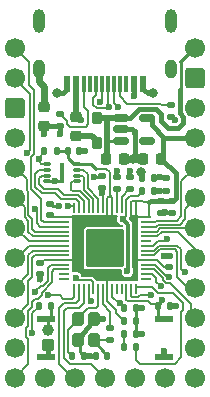
<source format=gtl>
%TF.GenerationSoftware,KiCad,Pcbnew,(6.0.5)*%
%TF.CreationDate,2022-11-22T23:52:45-08:00*%
%TF.ProjectId,0xB2,30784232-2e6b-4696-9361-645f70636258,2*%
%TF.SameCoordinates,Original*%
%TF.FileFunction,Copper,L1,Top*%
%TF.FilePolarity,Positive*%
%FSLAX46Y46*%
G04 Gerber Fmt 4.6, Leading zero omitted, Abs format (unit mm)*
G04 Created by KiCad (PCBNEW (6.0.5)) date 2022-11-22 23:52:45*
%MOMM*%
%LPD*%
G01*
G04 APERTURE LIST*
G04 Aperture macros list*
%AMRoundRect*
0 Rectangle with rounded corners*
0 $1 Rounding radius*
0 $2 $3 $4 $5 $6 $7 $8 $9 X,Y pos of 4 corners*
0 Add a 4 corners polygon primitive as box body*
4,1,4,$2,$3,$4,$5,$6,$7,$8,$9,$2,$3,0*
0 Add four circle primitives for the rounded corners*
1,1,$1+$1,$2,$3*
1,1,$1+$1,$4,$5*
1,1,$1+$1,$6,$7*
1,1,$1+$1,$8,$9*
0 Add four rect primitives between the rounded corners*
20,1,$1+$1,$2,$3,$4,$5,0*
20,1,$1+$1,$4,$5,$6,$7,0*
20,1,$1+$1,$6,$7,$8,$9,0*
20,1,$1+$1,$8,$9,$2,$3,0*%
G04 Aperture macros list end*
%TA.AperFunction,ComponentPad*%
%ADD10C,1.700000*%
%TD*%
%TA.AperFunction,ComponentPad*%
%ADD11RoundRect,0.255000X-0.595000X-0.595000X0.595000X-0.595000X0.595000X0.595000X-0.595000X0.595000X0*%
%TD*%
%TA.AperFunction,SMDPad,CuDef*%
%ADD12RoundRect,0.140000X-0.140000X-0.170000X0.140000X-0.170000X0.140000X0.170000X-0.140000X0.170000X0*%
%TD*%
%TA.AperFunction,SMDPad,CuDef*%
%ADD13RoundRect,0.140000X-0.170000X0.140000X-0.170000X-0.140000X0.170000X-0.140000X0.170000X0.140000X0*%
%TD*%
%TA.AperFunction,SMDPad,CuDef*%
%ADD14RoundRect,0.135000X0.135000X0.185000X-0.135000X0.185000X-0.135000X-0.185000X0.135000X-0.185000X0*%
%TD*%
%TA.AperFunction,SMDPad,CuDef*%
%ADD15RoundRect,0.120000X-0.280000X0.380000X-0.280000X-0.380000X0.280000X-0.380000X0.280000X0.380000X0*%
%TD*%
%TA.AperFunction,SMDPad,CuDef*%
%ADD16RoundRect,0.135000X0.185000X-0.135000X0.185000X0.135000X-0.185000X0.135000X-0.185000X-0.135000X0*%
%TD*%
%TA.AperFunction,SMDPad,CuDef*%
%ADD17RoundRect,0.150000X-0.512500X-0.150000X0.512500X-0.150000X0.512500X0.150000X-0.512500X0.150000X0*%
%TD*%
%TA.AperFunction,SMDPad,CuDef*%
%ADD18RoundRect,0.140000X0.170000X-0.140000X0.170000X0.140000X-0.170000X0.140000X-0.170000X-0.140000X0*%
%TD*%
%TA.AperFunction,SMDPad,CuDef*%
%ADD19RoundRect,0.135000X-0.185000X0.135000X-0.185000X-0.135000X0.185000X-0.135000X0.185000X0.135000X0*%
%TD*%
%TA.AperFunction,SMDPad,CuDef*%
%ADD20RoundRect,0.218750X-0.256250X0.218750X-0.256250X-0.218750X0.256250X-0.218750X0.256250X0.218750X0*%
%TD*%
%TA.AperFunction,SMDPad,CuDef*%
%ADD21RoundRect,0.082500X0.667500X-0.192500X0.667500X0.192500X-0.667500X0.192500X-0.667500X-0.192500X0*%
%TD*%
%TA.AperFunction,SMDPad,CuDef*%
%ADD22RoundRect,0.037500X-0.262500X-0.087500X0.262500X-0.087500X0.262500X0.087500X-0.262500X0.087500X0*%
%TD*%
%TA.AperFunction,SMDPad,CuDef*%
%ADD23RoundRect,0.045000X-0.105000X-0.830000X0.105000X-0.830000X0.105000X0.830000X-0.105000X0.830000X0*%
%TD*%
%TA.AperFunction,ComponentPad*%
%ADD24RoundRect,0.255000X0.595000X0.595000X-0.595000X0.595000X-0.595000X-0.595000X0.595000X-0.595000X0*%
%TD*%
%TA.AperFunction,SMDPad,CuDef*%
%ADD25R,0.600000X1.400000*%
%TD*%
%TA.AperFunction,SMDPad,CuDef*%
%ADD26R,0.300000X1.400000*%
%TD*%
%TA.AperFunction,ComponentPad*%
%ADD27O,1.000000X2.000000*%
%TD*%
%TA.AperFunction,ComponentPad*%
%ADD28O,1.000000X1.600000*%
%TD*%
%TA.AperFunction,SMDPad,CuDef*%
%ADD29RoundRect,0.135000X-0.135000X-0.185000X0.135000X-0.185000X0.135000X0.185000X-0.135000X0.185000X0*%
%TD*%
%TA.AperFunction,ComponentPad*%
%ADD30RoundRect,0.150000X0.350000X0.350000X-0.350000X0.350000X-0.350000X-0.350000X0.350000X-0.350000X0*%
%TD*%
%TA.AperFunction,ComponentPad*%
%ADD31C,1.000000*%
%TD*%
%TA.AperFunction,SMDPad,CuDef*%
%ADD32RoundRect,0.150000X-0.350000X0.425000X-0.350000X-0.425000X0.350000X-0.425000X0.350000X0.425000X0*%
%TD*%
%TA.AperFunction,SMDPad,CuDef*%
%ADD33RoundRect,0.140000X0.140000X0.170000X-0.140000X0.170000X-0.140000X-0.170000X0.140000X-0.170000X0*%
%TD*%
%TA.AperFunction,SMDPad,CuDef*%
%ADD34RoundRect,0.218750X0.256250X-0.218750X0.256250X0.218750X-0.256250X0.218750X-0.256250X-0.218750X0*%
%TD*%
%TA.AperFunction,SMDPad,CuDef*%
%ADD35RoundRect,0.147500X-0.147500X-0.172500X0.147500X-0.172500X0.147500X0.172500X-0.147500X0.172500X0*%
%TD*%
%TA.AperFunction,SMDPad,CuDef*%
%ADD36RoundRect,0.225000X0.225000X0.250000X-0.225000X0.250000X-0.225000X-0.250000X0.225000X-0.250000X0*%
%TD*%
%TA.AperFunction,SMDPad,CuDef*%
%ADD37RoundRect,0.225000X-0.225000X-0.250000X0.225000X-0.250000X0.225000X0.250000X-0.225000X0.250000X0*%
%TD*%
%TA.AperFunction,SMDPad,CuDef*%
%ADD38RoundRect,0.050000X-0.387500X-0.050000X0.387500X-0.050000X0.387500X0.050000X-0.387500X0.050000X0*%
%TD*%
%TA.AperFunction,SMDPad,CuDef*%
%ADD39RoundRect,0.050000X-0.050000X-0.387500X0.050000X-0.387500X0.050000X0.387500X-0.050000X0.387500X0*%
%TD*%
%TA.AperFunction,SMDPad,CuDef*%
%ADD40RoundRect,0.144000X-1.456000X-1.456000X1.456000X-1.456000X1.456000X1.456000X-1.456000X1.456000X0*%
%TD*%
%TA.AperFunction,ViaPad*%
%ADD41C,0.600000*%
%TD*%
%TA.AperFunction,ViaPad*%
%ADD42C,0.800000*%
%TD*%
%TA.AperFunction,Conductor*%
%ADD43C,0.160000*%
%TD*%
%TA.AperFunction,Conductor*%
%ADD44C,0.250000*%
%TD*%
%TA.AperFunction,Conductor*%
%ADD45C,0.400000*%
%TD*%
%TA.AperFunction,Conductor*%
%ADD46C,0.200000*%
%TD*%
%TA.AperFunction,Conductor*%
%ADD47C,0.320000*%
%TD*%
%TA.AperFunction,Conductor*%
%ADD48C,0.300000*%
%TD*%
%TA.AperFunction,Conductor*%
%ADD49C,0.500000*%
%TD*%
%TA.AperFunction,Conductor*%
%ADD50C,0.600000*%
%TD*%
G04 APERTURE END LIST*
D10*
%TO.P,J2,1,Pin_1*%
%TO.N,/D0*%
X144780000Y-80010000D03*
%TO.P,J2,2,Pin_2*%
%TO.N,/D1*%
X144780000Y-82550000D03*
D11*
%TO.P,J2,3,Pin_3*%
%TO.N,GND*%
X144780000Y-85090000D03*
D10*
%TO.P,J2,4,Pin_4*%
%TO.N,/D24*%
X144780000Y-87630000D03*
%TO.P,J2,5,Pin_5*%
%TO.N,/D2*%
X144780000Y-90170000D03*
%TO.P,J2,6,Pin_6*%
%TO.N,/D3*%
X144780000Y-92710000D03*
%TO.P,J2,7,Pin_7*%
%TO.N,/D4*%
X144780000Y-95250000D03*
%TO.P,J2,8,Pin_8*%
%TO.N,/D5*%
X144780000Y-97790000D03*
%TO.P,J2,9,Pin_9*%
%TO.N,/D6*%
X144780000Y-100330000D03*
%TO.P,J2,10,Pin_10*%
%TO.N,/D7*%
X144780000Y-102870000D03*
%TO.P,J2,11,Pin_11*%
%TO.N,/D8*%
X144780000Y-105410000D03*
%TO.P,J2,12,Pin_12*%
%TO.N,/D9*%
X144780000Y-107950000D03*
%TD*%
D12*
%TO.P,C14,1*%
%TO.N,+3V3*%
X154020000Y-103200000D03*
%TO.P,C14,2*%
%TO.N,GND*%
X154980000Y-103200000D03*
%TD*%
D13*
%TO.P,C9,1*%
%TO.N,+3V3*%
X146900000Y-98220000D03*
%TO.P,C9,2*%
%TO.N,GND*%
X146900000Y-99180000D03*
%TD*%
D14*
%TO.P,R10,1*%
%TO.N,/VBUS_DET*%
X156560000Y-91100000D03*
%TO.P,R10,2*%
%TO.N,VBUS*%
X155540000Y-91100000D03*
%TD*%
D13*
%TO.P,C5,1*%
%TO.N,+3V3*%
X158100000Y-93020000D03*
%TO.P,C5,2*%
%TO.N,GND*%
X158100000Y-93980000D03*
%TD*%
D15*
%TO.P,D2,1,K*%
%TO.N,+5V*%
X151700000Y-86000000D03*
%TO.P,D2,2,A*%
%TO.N,Net-(D2-Pad2)*%
X151700000Y-88100000D03*
%TD*%
D16*
%TO.P,R8,1*%
%TO.N,Net-(C4-Pad1)*%
X152850000Y-104810000D03*
%TO.P,R8,2*%
%TO.N,Net-(R8-Pad2)*%
X152850000Y-103790000D03*
%TD*%
D17*
%TO.P,U3,1,VIN*%
%TO.N,+5V*%
X153712500Y-86000000D03*
%TO.P,U3,2,GND*%
%TO.N,GND*%
X153712500Y-86950000D03*
%TO.P,U3,3,EN*%
%TO.N,+5V*%
X153712500Y-87900000D03*
%TO.P,U3,4,NC*%
%TO.N,unconnected-(U3-Pad4)*%
X155987500Y-87900000D03*
%TO.P,U3,5,VOUT*%
%TO.N,+3V3*%
X155987500Y-86000000D03*
%TD*%
D18*
%TO.P,C12,1*%
%TO.N,+3V3*%
X147700000Y-94180000D03*
%TO.P,C12,2*%
%TO.N,GND*%
X147700000Y-93220000D03*
%TD*%
D19*
%TO.P,R6,1*%
%TO.N,/D+*%
X153400000Y-90990000D03*
%TO.P,R6,2*%
%TO.N,Net-(R6-Pad2)*%
X153400000Y-92010000D03*
%TD*%
D20*
%TO.P,F1,1*%
%TO.N,VBUS*%
X149900000Y-85912500D03*
%TO.P,F1,2*%
%TO.N,Net-(D2-Pad2)*%
X149900000Y-87487500D03*
%TD*%
D10*
%TO.P,J3,1,Pin_1*%
%TO.N,/D12*%
X147320000Y-107950000D03*
%TO.P,J3,2,Pin_2*%
%TO.N,/D13*%
X149860000Y-107950000D03*
%TO.P,J3,3,Pin_3*%
%TO.N,/D14*%
X152400000Y-107950000D03*
%TO.P,J3,4,Pin_4*%
%TO.N,/D15*%
X154940000Y-107950000D03*
%TO.P,J3,5,Pin_5*%
%TO.N,/D16*%
X157480000Y-107950000D03*
%TD*%
D18*
%TO.P,C13,2*%
%TO.N,GND*%
X157800000Y-97670000D03*
%TO.P,C13,1*%
%TO.N,+3V3*%
X157800000Y-98630000D03*
%TD*%
D19*
%TO.P,R5,1*%
%TO.N,Net-(J1-PadB5)*%
X148550000Y-85640000D03*
%TO.P,R5,2*%
%TO.N,GND*%
X148550000Y-86660000D03*
%TD*%
D21*
%TO.P,SW2,1,1*%
%TO.N,GND*%
X147400000Y-106225000D03*
%TO.P,SW2,2,2*%
%TO.N,Net-(J5-Pad2)*%
X147400000Y-102975000D03*
%TD*%
D12*
%TO.P,C8,1*%
%TO.N,+1V1*%
X154020000Y-102100000D03*
%TO.P,C8,2*%
%TO.N,GND*%
X154980000Y-102100000D03*
%TD*%
D22*
%TO.P,U2,1,~{CS}*%
%TO.N,/QSPI_~{CS}*%
X147450000Y-89850000D03*
%TO.P,U2,2,DO(IO1)*%
%TO.N,/QSPI_D1*%
X147450000Y-90350000D03*
%TO.P,U2,3,IO2*%
%TO.N,/QSPI_D2*%
X147450000Y-90850000D03*
%TO.P,U2,4,GND*%
%TO.N,GND*%
X147450000Y-91350000D03*
%TO.P,U2,5,DI(IO0)*%
%TO.N,/QSPI_D0*%
X150050000Y-91350000D03*
%TO.P,U2,6,CLK*%
%TO.N,/QSPI_SCLK*%
X150050000Y-90850000D03*
%TO.P,U2,7,IO3*%
%TO.N,/QSPI_D3*%
X150050000Y-90350000D03*
%TO.P,U2,8,VCC*%
%TO.N,+3V3*%
X150050000Y-89850000D03*
D23*
%TO.P,U2,9,EP*%
%TO.N,GND*%
X148750000Y-90600000D03*
%TD*%
D19*
%TO.P,R4,1*%
%TO.N,Net-(J1-PadA5)*%
X157950000Y-84890000D03*
%TO.P,R4,2*%
%TO.N,GND*%
X157950000Y-85910000D03*
%TD*%
D10*
%TO.P,J4,1,Pin_1*%
%TO.N,/D21*%
X160020000Y-107950000D03*
%TO.P,J4,2,Pin_2*%
%TO.N,/MOSI*%
X160020000Y-105410000D03*
%TO.P,J4,3,Pin_3*%
%TO.N,/MISO*%
X160020000Y-102870000D03*
%TO.P,J4,4,Pin_4*%
%TO.N,/SCLK*%
X160020000Y-100330000D03*
%TO.P,J4,5,Pin_5*%
%TO.N,/A0*%
X160020000Y-97790000D03*
%TO.P,J4,6,Pin_6*%
%TO.N,/A1*%
X160020000Y-95250000D03*
%TO.P,J4,7,Pin_7*%
%TO.N,/A2*%
X160020000Y-92710000D03*
%TO.P,J4,8,Pin_8*%
%TO.N,/A3*%
X160020000Y-90170000D03*
%TO.P,J4,9,Pin_9*%
%TO.N,+3V3*%
X160020000Y-87630000D03*
%TO.P,J4,10,Pin_10*%
%TO.N,/~{RESET}*%
X160020000Y-85090000D03*
D24*
%TO.P,J4,11,Pin_11*%
%TO.N,GND*%
X160020000Y-82550000D03*
D10*
%TO.P,J4,12,Pin_12*%
%TO.N,+5V*%
X160020000Y-80010000D03*
%TD*%
D25*
%TO.P,J1,A1,GND*%
%TO.N,GND*%
X155650000Y-83100000D03*
%TO.P,J1,A4,VBUS*%
%TO.N,VBUS*%
X154850000Y-83100000D03*
D26*
%TO.P,J1,A5,CC1*%
%TO.N,Net-(J1-PadA5)*%
X153650000Y-83100000D03*
%TO.P,J1,A6,D+*%
%TO.N,/D+*%
X152650000Y-83100000D03*
%TO.P,J1,A7,D-*%
%TO.N,/D-*%
X152150000Y-83100000D03*
%TO.P,J1,A8,SBU1*%
%TO.N,unconnected-(J1-PadA8)*%
X151150000Y-83100000D03*
D25*
%TO.P,J1,A9,VBUS*%
%TO.N,VBUS*%
X149950000Y-83100000D03*
%TO.P,J1,A12,GND*%
%TO.N,GND*%
X149150000Y-83100000D03*
%TO.P,J1,B1,GND*%
X149150000Y-83100000D03*
%TO.P,J1,B4,VBUS*%
%TO.N,VBUS*%
X149950000Y-83100000D03*
D26*
%TO.P,J1,B5,CC2*%
%TO.N,Net-(J1-PadB5)*%
X150650000Y-83100000D03*
%TO.P,J1,B6,D+*%
%TO.N,/D+*%
X151650000Y-83100000D03*
%TO.P,J1,B7,D-*%
%TO.N,/D-*%
X153150000Y-83100000D03*
%TO.P,J1,B8,SBU2*%
%TO.N,unconnected-(J1-PadB8)*%
X154150000Y-83100000D03*
D25*
%TO.P,J1,B9,VBUS*%
%TO.N,VBUS*%
X154850000Y-83100000D03*
%TO.P,J1,B12,GND*%
%TO.N,GND*%
X155650000Y-83100000D03*
D27*
%TO.P,J1,S1,SHIELD*%
%TO.N,Net-(FB1-Pad2)*%
X146780000Y-77800000D03*
X158020000Y-77800000D03*
D28*
X158020000Y-81800000D03*
X146780000Y-81800000D03*
%TD*%
D29*
%TO.P,R2,1*%
%TO.N,/~{RESET}*%
X156890000Y-101900000D03*
%TO.P,R2,2*%
%TO.N,+3V3*%
X157910000Y-101900000D03*
%TD*%
D30*
%TO.P,J5,1,Pin_1*%
%TO.N,GND*%
X147550000Y-105235000D03*
D31*
%TO.P,J5,2,Pin_2*%
%TO.N,Net-(J5-Pad2)*%
X147550000Y-103965000D03*
%TD*%
D13*
%TO.P,C11,1*%
%TO.N,+3V3*%
X157100000Y-93020000D03*
%TO.P,C11,2*%
%TO.N,GND*%
X157100000Y-93980000D03*
%TD*%
D16*
%TO.P,R11,1*%
%TO.N,GND*%
X157600000Y-92120000D03*
%TO.P,R11,2*%
%TO.N,/VBUS_DET*%
X157600000Y-91100000D03*
%TD*%
D32*
%TO.P,Y1,1,1*%
%TO.N,Net-(C3-Pad1)*%
X150100000Y-103025000D03*
%TO.P,Y1,2,2*%
%TO.N,GND*%
X150100000Y-104775000D03*
%TO.P,Y1,3,3*%
%TO.N,Net-(C4-Pad1)*%
X151500000Y-104775000D03*
%TO.P,Y1,4,4*%
%TO.N,GND*%
X151500000Y-103025000D03*
%TD*%
D12*
%TO.P,C10,1*%
%TO.N,+3V3*%
X149250000Y-88750000D03*
%TO.P,C10,2*%
%TO.N,GND*%
X150210000Y-88750000D03*
%TD*%
D33*
%TO.P,C4,1*%
%TO.N,Net-(C4-Pad1)*%
X152580000Y-106150000D03*
%TO.P,C4,2*%
%TO.N,GND*%
X151620000Y-106150000D03*
%TD*%
D19*
%TO.P,R7,1*%
%TO.N,/D-*%
X154500000Y-90990000D03*
%TO.P,R7,2*%
%TO.N,Net-(R7-Pad2)*%
X154500000Y-92010000D03*
%TD*%
D34*
%TO.P,FB1,1*%
%TO.N,GND*%
X147250000Y-86637500D03*
%TO.P,FB1,2*%
%TO.N,Net-(FB1-Pad2)*%
X147250000Y-85062500D03*
%TD*%
D14*
%TO.P,R1,1*%
%TO.N,GND*%
X155010000Y-104300000D03*
%TO.P,R1,2*%
%TO.N,Net-(D1-Pad1)*%
X153990000Y-104300000D03*
%TD*%
D35*
%TO.P,D1,1,K*%
%TO.N,Net-(D1-Pad1)*%
X154015000Y-105400000D03*
%TO.P,D1,2,A*%
%TO.N,/LED*%
X154985000Y-105400000D03*
%TD*%
D12*
%TO.P,C6,1*%
%TO.N,+1V1*%
X155570000Y-92150000D03*
%TO.P,C6,2*%
%TO.N,GND*%
X156530000Y-92150000D03*
%TD*%
D36*
%TO.P,C2,1*%
%TO.N,+3V3*%
X157125000Y-89450000D03*
%TO.P,C2,2*%
%TO.N,GND*%
X155575000Y-89450000D03*
%TD*%
D21*
%TO.P,SW1,1,1*%
%TO.N,GND*%
X157400000Y-106225000D03*
%TO.P,SW1,2,2*%
%TO.N,/~{RESET}*%
X157400000Y-102975000D03*
%TD*%
D18*
%TO.P,C7,1*%
%TO.N,+1V1*%
X152100000Y-91880000D03*
%TO.P,C7,2*%
%TO.N,GND*%
X152100000Y-90920000D03*
%TD*%
D14*
%TO.P,R3,1*%
%TO.N,Net-(J5-Pad2)*%
X147810000Y-101900000D03*
%TO.P,R3,2*%
%TO.N,/QSPI_~{CS}*%
X146790000Y-101900000D03*
%TD*%
D29*
%TO.P,R9,1*%
%TO.N,/QSPI_~{CS}*%
X147270000Y-88750000D03*
%TO.P,R9,2*%
%TO.N,+3V3*%
X148290000Y-88750000D03*
%TD*%
D37*
%TO.P,C1,1*%
%TO.N,+5V*%
X152475000Y-89450000D03*
%TO.P,C1,2*%
%TO.N,GND*%
X154025000Y-89450000D03*
%TD*%
D12*
%TO.P,C3,1*%
%TO.N,Net-(C3-Pad1)*%
X149620000Y-106150000D03*
%TO.P,C3,2*%
%TO.N,GND*%
X150580000Y-106150000D03*
%TD*%
D38*
%TO.P,U1,1,IOVDD*%
%TO.N,+3V3*%
X148962500Y-94400000D03*
%TO.P,U1,2,GPIO0*%
%TO.N,/D0*%
X148962500Y-94800000D03*
%TO.P,U1,3,GPIO1*%
%TO.N,/D1*%
X148962500Y-95200000D03*
%TO.P,U1,4,GPIO2*%
%TO.N,/D2*%
X148962500Y-95600000D03*
%TO.P,U1,5,GPIO3*%
%TO.N,/D3*%
X148962500Y-96000000D03*
%TO.P,U1,6,GPIO4*%
%TO.N,/D4*%
X148962500Y-96400000D03*
%TO.P,U1,7,GPIO5*%
%TO.N,/D5*%
X148962500Y-96800000D03*
%TO.P,U1,8,GPIO6*%
%TO.N,/D6*%
X148962500Y-97200000D03*
%TO.P,U1,9,GPIO7*%
%TO.N,/D7*%
X148962500Y-97600000D03*
%TO.P,U1,10,IOVDD*%
%TO.N,+3V3*%
X148962500Y-98000000D03*
%TO.P,U1,11,GPIO8*%
%TO.N,/D8*%
X148962500Y-98400000D03*
%TO.P,U1,12,GPIO9*%
%TO.N,/D9*%
X148962500Y-98800000D03*
%TO.P,U1,13,GPIO10*%
%TO.N,/D10*%
X148962500Y-99200000D03*
%TO.P,U1,14,GPIO11*%
%TO.N,/D11*%
X148962500Y-99600000D03*
D39*
%TO.P,U1,15,GPIO12*%
%TO.N,/D12*%
X149800000Y-100437500D03*
%TO.P,U1,16,GPIO13*%
%TO.N,/D13*%
X150200000Y-100437500D03*
%TO.P,U1,17,GPIO14*%
%TO.N,/D14*%
X150600000Y-100437500D03*
%TO.P,U1,18,GPIO15*%
%TO.N,/D15*%
X151000000Y-100437500D03*
%TO.P,U1,19,TESTEN*%
%TO.N,GND*%
X151400000Y-100437500D03*
%TO.P,U1,20,XIN*%
%TO.N,Net-(C3-Pad1)*%
X151800000Y-100437500D03*
%TO.P,U1,21,XOUT*%
%TO.N,Net-(R8-Pad2)*%
X152200000Y-100437500D03*
%TO.P,U1,22,IOVDD*%
%TO.N,+3V3*%
X152600000Y-100437500D03*
%TO.P,U1,23,DVDD*%
%TO.N,+1V1*%
X153000000Y-100437500D03*
%TO.P,U1,24,SWCLK*%
%TO.N,unconnected-(U1-Pad24)*%
X153400000Y-100437500D03*
%TO.P,U1,25,SWD*%
%TO.N,unconnected-(U1-Pad25)*%
X153800000Y-100437500D03*
%TO.P,U1,26,RUN/~{RST}*%
%TO.N,/~{RESET}*%
X154200000Y-100437500D03*
%TO.P,U1,27,GPIO16*%
%TO.N,/D16*%
X154600000Y-100437500D03*
%TO.P,U1,28,GPIO17*%
%TO.N,/LED*%
X155000000Y-100437500D03*
D38*
%TO.P,U1,29,GPIO18*%
%TO.N,/D18*%
X155837500Y-99600000D03*
%TO.P,U1,30,GPIO19*%
%TO.N,/VBUS_DET*%
X155837500Y-99200000D03*
%TO.P,U1,31,GPIO20*%
%TO.N,/MISO*%
X155837500Y-98800000D03*
%TO.P,U1,32,GPIO21*%
%TO.N,/D21*%
X155837500Y-98400000D03*
%TO.P,U1,33,IOVDD*%
%TO.N,+3V3*%
X155837500Y-98000000D03*
%TO.P,U1,34,GPIO22*%
%TO.N,/SCLK*%
X155837500Y-97600000D03*
%TO.P,U1,35,GPIO23*%
%TO.N,/MOSI*%
X155837500Y-97200000D03*
%TO.P,U1,36,GPIO24*%
%TO.N,/D24*%
X155837500Y-96800000D03*
%TO.P,U1,37,GPIO25*%
%TO.N,/D25*%
X155837500Y-96400000D03*
%TO.P,U1,38,GPIO26_ADC0*%
%TO.N,/A0*%
X155837500Y-96000000D03*
%TO.P,U1,39,GPIO27_ADC1*%
%TO.N,/A1*%
X155837500Y-95600000D03*
%TO.P,U1,40,GPIO28_ADC2*%
%TO.N,/A2*%
X155837500Y-95200000D03*
%TO.P,U1,41,GPIO29_ADC3*%
%TO.N,/A3*%
X155837500Y-94800000D03*
%TO.P,U1,42,IOVDD*%
%TO.N,+3V3*%
X155837500Y-94400000D03*
D39*
%TO.P,U1,43,ADC_AVDD*%
X155000000Y-93562500D03*
%TO.P,U1,44,VREG_IN*%
X154600000Y-93562500D03*
%TO.P,U1,45,VREG_VOUT*%
%TO.N,+1V1*%
X154200000Y-93562500D03*
%TO.P,U1,46,USB_DM*%
%TO.N,Net-(R7-Pad2)*%
X153800000Y-93562500D03*
%TO.P,U1,47,USB_DP*%
%TO.N,Net-(R6-Pad2)*%
X153400000Y-93562500D03*
%TO.P,U1,48,USB_VDD*%
%TO.N,+3V3*%
X153000000Y-93562500D03*
%TO.P,U1,49,IOVDD*%
X152600000Y-93562500D03*
%TO.P,U1,50,DVDD*%
%TO.N,+1V1*%
X152200000Y-93562500D03*
%TO.P,U1,51,QSPI_SD3*%
%TO.N,/QSPI_D3*%
X151800000Y-93562500D03*
%TO.P,U1,52,QSPI_SCLK*%
%TO.N,/QSPI_SCLK*%
X151400000Y-93562500D03*
%TO.P,U1,53,QSPI_SD0*%
%TO.N,/QSPI_D0*%
X151000000Y-93562500D03*
%TO.P,U1,54,QSPI_SD2*%
%TO.N,/QSPI_D2*%
X150600000Y-93562500D03*
%TO.P,U1,55,QSPI_SD1*%
%TO.N,/QSPI_D1*%
X150200000Y-93562500D03*
%TO.P,U1,56,QSPI_SS*%
%TO.N,/QSPI_~{CS}*%
X149800000Y-93562500D03*
D40*
%TO.P,U1,57,GND*%
%TO.N,GND*%
X152400000Y-97000000D03*
%TD*%
D41*
%TO.N,/D21*%
X157850000Y-99400000D03*
%TO.N,GND*%
X157450000Y-93950000D03*
D42*
%TO.N,VBUS*%
X155420000Y-90524500D03*
D41*
%TO.N,GND*%
X154900000Y-87200000D03*
D42*
X148300000Y-83900000D03*
D41*
%TO.N,/D24*%
X157610500Y-96210000D03*
%TO.N,+1V1*%
X154300000Y-98950000D03*
%TO.N,GND*%
X155500000Y-104300000D03*
X157400000Y-97700000D03*
D42*
X156500000Y-83900000D03*
D41*
X152400000Y-95800000D03*
X151100000Y-106150000D03*
X153600000Y-98200000D03*
X152250000Y-103000000D03*
X148200000Y-91350000D03*
X152400000Y-98200000D03*
X155500000Y-102100000D03*
X153600000Y-95800000D03*
X158300000Y-86150000D03*
X150730000Y-88750000D03*
X151200000Y-97000000D03*
X148550000Y-87300000D03*
D42*
X154800000Y-89450000D03*
D41*
X151200000Y-98200000D03*
X151200000Y-95800000D03*
X147250000Y-87300000D03*
X148500000Y-93450000D03*
X149900000Y-99500000D03*
X153600000Y-97000000D03*
X152400000Y-97000000D03*
X157400000Y-105700000D03*
X146900000Y-99600000D03*
X151500000Y-90950000D03*
X157050000Y-92150000D03*
%TO.N,+3V3*%
X158400000Y-101900000D03*
%TO.N,+1V1*%
X153900000Y-94540480D03*
X153700000Y-101650000D03*
X152150000Y-92300000D03*
%TO.N,VBUS*%
X149950000Y-84100000D03*
X150400000Y-86150000D03*
X154850000Y-84100000D03*
%TO.N,/D-*%
X153500000Y-85050000D03*
X154500000Y-90450000D03*
X151988556Y-84600500D03*
%TO.N,/D+*%
X153400000Y-90450000D03*
X152700000Y-85050000D03*
%TO.N,/D1*%
X145750000Y-88950000D03*
X146439500Y-93700000D03*
%TO.N,/D8*%
X146500000Y-100750000D03*
%TO.N,/D15*%
X151250000Y-101450000D03*
%TO.N,/D16*%
X156300000Y-101000000D03*
%TO.N,/D12*%
X147600000Y-101000000D03*
%TO.N,/MOSI*%
X159150000Y-99050000D03*
%TO.N,/~{RESET}*%
X157200000Y-101400000D03*
%TO.N,/QSPI_~{CS}*%
X146250000Y-104150000D03*
X149300000Y-93450000D03*
X146796318Y-89450000D03*
%TO.N,/VBUS_DET*%
X157110500Y-100234731D03*
X157050000Y-91000000D03*
%TD*%
D43*
%TO.N,/D21*%
X157850000Y-99400000D02*
X157649138Y-99400000D01*
X156649139Y-98400000D02*
X155837500Y-98400000D01*
X157649138Y-99400000D02*
X156649139Y-98400000D01*
%TO.N,VBUS*%
X155420000Y-90980000D02*
X155540000Y-91100000D01*
X155420000Y-90524500D02*
X155420000Y-90980000D01*
D44*
%TO.N,GND*%
X157420000Y-93980000D02*
X157450000Y-93950000D01*
X157100000Y-93980000D02*
X157420000Y-93980000D01*
D45*
%TO.N,+3V3*%
X158370480Y-90670480D02*
X158370480Y-92749520D01*
X156250000Y-93020000D02*
X156150000Y-93120000D01*
X157100000Y-93020000D02*
X156250000Y-93020000D01*
D44*
%TO.N,GND*%
X158100000Y-93980000D02*
X157530000Y-93980000D01*
X157370000Y-94080000D02*
X157450000Y-94000000D01*
D43*
%TO.N,/VBUS_DET*%
X157150000Y-91100000D02*
X157050000Y-91000000D01*
X157600000Y-91100000D02*
X157150000Y-91100000D01*
X156950000Y-91100000D02*
X157050000Y-91000000D01*
X156560000Y-91100000D02*
X156950000Y-91100000D01*
D45*
%TO.N,GND*%
X148300000Y-83900000D02*
X148800000Y-83900000D01*
X148800000Y-83900000D02*
X149150000Y-83550000D01*
X149150000Y-83550000D02*
X149150000Y-83100000D01*
D43*
%TO.N,/D24*%
X157410500Y-96410000D02*
X157610500Y-96210000D01*
X156890000Y-96410000D02*
X157410500Y-96410000D01*
X156866707Y-96410000D02*
X156890000Y-96410000D01*
X156476707Y-96800000D02*
X156866707Y-96410000D01*
X155837500Y-96800000D02*
X156476707Y-96800000D01*
%TO.N,/MOSI*%
X158525480Y-96775480D02*
X158850000Y-97100000D01*
X156953097Y-96775480D02*
X158525480Y-96775480D01*
X155837500Y-97200000D02*
X156528577Y-97200000D01*
X156528577Y-97200000D02*
X156953097Y-96775480D01*
%TO.N,/SCLK*%
X157085447Y-97095000D02*
X158295000Y-97095000D01*
X155837500Y-97600000D02*
X156580447Y-97600000D01*
X156580447Y-97600000D02*
X157085447Y-97095000D01*
X158295000Y-97095000D02*
X158500000Y-97300000D01*
%TO.N,/A0*%
X158554520Y-95644520D02*
X160020000Y-97110000D01*
X157195480Y-95644520D02*
X158554520Y-95644520D01*
X160020000Y-97110000D02*
X160020000Y-97790000D01*
X156840000Y-96000000D02*
X157195480Y-95644520D01*
X155837500Y-96000000D02*
X156840000Y-96000000D01*
%TO.N,/A1*%
X159050000Y-95250000D02*
X160020000Y-95250000D01*
X158975000Y-95325000D02*
X159050000Y-95250000D01*
X156776389Y-95600000D02*
X157051389Y-95325000D01*
X155837500Y-95600000D02*
X156776389Y-95600000D01*
X157051389Y-95325000D02*
X158975000Y-95325000D01*
%TO.N,/A2*%
X160020000Y-92880000D02*
X160020000Y-92710000D01*
X159200000Y-94529198D02*
X159200000Y-93700000D01*
X156920000Y-95004520D02*
X158724678Y-95004520D01*
X156724520Y-95200000D02*
X156920000Y-95004520D01*
X158724678Y-95004520D02*
X159200000Y-94529198D01*
X155837500Y-95200000D02*
X156724520Y-95200000D01*
X159200000Y-93700000D02*
X160020000Y-92880000D01*
%TO.N,/A3*%
X156774520Y-94685000D02*
X158465000Y-94685000D01*
X155837500Y-94800000D02*
X156659520Y-94800000D01*
X156659520Y-94800000D02*
X156774520Y-94685000D01*
X158465000Y-94685000D02*
X158850000Y-94300000D01*
%TO.N,/MOSI*%
X158850000Y-98750000D02*
X158850000Y-97100000D01*
%TO.N,/SCLK*%
X158500000Y-99400000D02*
X158500000Y-97300000D01*
D46*
%TO.N,+3V3*%
X156785861Y-98000000D02*
X157415861Y-98630000D01*
X155837500Y-98000000D02*
X156785861Y-98000000D01*
X157415861Y-98630000D02*
X157800000Y-98630000D01*
D47*
%TO.N,+1V1*%
X154300000Y-98950000D02*
X154359520Y-98890480D01*
X153900000Y-94540480D02*
X154359520Y-95000000D01*
X154359520Y-98890480D02*
X154359520Y-98664564D01*
X154359520Y-95000000D02*
X154359520Y-98664564D01*
D48*
%TO.N,+5V*%
X158750000Y-83600000D02*
X158774520Y-83575480D01*
D45*
X158750000Y-85587076D02*
X158999511Y-85900000D01*
D49*
X151900000Y-86000000D02*
X151700000Y-85800000D01*
D45*
X158589748Y-86849511D02*
X157699511Y-86849511D01*
D48*
X158819520Y-81210480D02*
X160020000Y-80010000D01*
D49*
X152500000Y-86000000D02*
X151900000Y-86000000D01*
D44*
X153712500Y-87900000D02*
X152550000Y-87900000D01*
D45*
X158750000Y-83600000D02*
X158750000Y-85587076D01*
X155250000Y-85250000D02*
X154500000Y-86000000D01*
X158999511Y-85900000D02*
X158999511Y-86439748D01*
X157100000Y-85600000D02*
X156750000Y-85250000D01*
X154500000Y-86000000D02*
X153712500Y-86000000D01*
X157100000Y-86250000D02*
X157100000Y-85600000D01*
D46*
X158774520Y-83575480D02*
X158819520Y-83530480D01*
D49*
X152550000Y-86000000D02*
X152550000Y-87900000D01*
X153712500Y-86000000D02*
X152500000Y-86000000D01*
D45*
X156750000Y-85250000D02*
X155250000Y-85250000D01*
D49*
X152550000Y-89025000D02*
X152475000Y-89450000D01*
D45*
X157699511Y-86849511D02*
X157100000Y-86250000D01*
D44*
X158819520Y-83530480D02*
X158819520Y-81210480D01*
D49*
X152550000Y-87900000D02*
X152550000Y-89025000D01*
D45*
X158999511Y-86439748D02*
X158589748Y-86849511D01*
%TO.N,GND*%
X154900000Y-89300000D02*
X154900000Y-87200000D01*
X155500000Y-102100000D02*
X154980000Y-102100000D01*
X147272500Y-86660000D02*
X147250000Y-86637500D01*
X147250000Y-86637500D02*
X147250000Y-87300000D01*
D44*
X151500000Y-90950000D02*
X152070000Y-91000000D01*
X147720000Y-93220000D02*
X147700000Y-93220000D01*
X150580000Y-106150000D02*
X150580000Y-106105000D01*
X152070000Y-91000000D02*
X152100000Y-90970000D01*
D45*
X154650000Y-86950000D02*
X153712500Y-86950000D01*
D44*
X150250000Y-104925000D02*
X150100000Y-104775000D01*
D45*
X152250000Y-103000000D02*
X151525000Y-103000000D01*
D44*
X148500000Y-93450000D02*
X148000000Y-93450000D01*
D46*
X151194775Y-99700480D02*
X151400000Y-99905705D01*
D43*
X157080000Y-92120000D02*
X157050000Y-92150000D01*
D45*
X151525000Y-103000000D02*
X151500000Y-103025000D01*
X148550000Y-86660000D02*
X148550000Y-87300000D01*
D44*
X155500000Y-104300000D02*
X155010000Y-104300000D01*
D45*
X154900000Y-87200000D02*
X154650000Y-86950000D01*
X147550000Y-106075000D02*
X147400000Y-106225000D01*
D43*
X157600000Y-92120000D02*
X157080000Y-92120000D01*
D45*
X156500000Y-83900000D02*
X156000000Y-83900000D01*
X151500000Y-103025000D02*
X150100000Y-104775000D01*
D44*
X147450000Y-91350000D02*
X148750000Y-91350000D01*
D45*
X151100000Y-106150000D02*
X151620000Y-106150000D01*
D44*
X150580000Y-106105000D02*
X150250000Y-105775000D01*
D45*
X157400000Y-105700000D02*
X157400000Y-106225000D01*
D44*
X154980000Y-103200000D02*
X154980000Y-104270000D01*
X148000000Y-93450000D02*
X147720000Y-93220000D01*
X150250000Y-105775000D02*
X150250000Y-104925000D01*
D45*
X155650000Y-83550000D02*
X155650000Y-83100000D01*
D50*
X154025000Y-89450000D02*
X154800000Y-89450000D01*
D44*
X150210000Y-88750000D02*
X150730000Y-88750000D01*
D45*
X151100000Y-106150000D02*
X150580000Y-106150000D01*
D44*
X154980000Y-102100000D02*
X154980000Y-103200000D01*
D45*
X150580000Y-106150000D02*
X151620000Y-106150000D01*
D44*
X146900000Y-99280000D02*
X146900000Y-99750000D01*
D45*
X156000000Y-83900000D02*
X155650000Y-83550000D01*
D50*
X154800000Y-89450000D02*
X155500000Y-89450000D01*
D45*
X147550000Y-105235000D02*
X147550000Y-106075000D01*
D46*
X151400000Y-99905705D02*
X151400000Y-100437500D01*
X150100480Y-99700480D02*
X151194775Y-99700480D01*
D45*
X154800000Y-89450000D02*
X154900000Y-89300000D01*
D46*
X149900000Y-99500000D02*
X150100480Y-99700480D01*
D44*
X148750000Y-91350000D02*
X148750000Y-90600000D01*
D45*
X148600000Y-86660000D02*
X147272500Y-86660000D01*
D44*
%TO.N,+3V3*%
X149750000Y-89850000D02*
X149250000Y-89350000D01*
D46*
X153350000Y-102530000D02*
X154020000Y-103200000D01*
D45*
X156350000Y-86600000D02*
X157380000Y-87630000D01*
D46*
X154682503Y-92982503D02*
X154982503Y-92982503D01*
X155000000Y-93562500D02*
X155000000Y-93000000D01*
X155837500Y-98000000D02*
X155000000Y-98000000D01*
X152600000Y-93562500D02*
X152600000Y-92750000D01*
X156150000Y-93120000D02*
X156150000Y-94400000D01*
X147220000Y-98000000D02*
X146900000Y-98320000D01*
D45*
X157250000Y-89550000D02*
X157250000Y-89275000D01*
D44*
X148290000Y-88750000D02*
X149250000Y-88750000D01*
D46*
X155670000Y-93120000D02*
X155532503Y-92982503D01*
D45*
X158100000Y-93020000D02*
X158370480Y-92749520D01*
X157125000Y-89450000D02*
X157300000Y-89275000D01*
X156350000Y-86600000D02*
X156350000Y-86000000D01*
X157300000Y-87630000D02*
X157580000Y-87630000D01*
D46*
X152780480Y-90580480D02*
X152780480Y-92530480D01*
D44*
X149250000Y-89350000D02*
X149250000Y-88750000D01*
D45*
X156350000Y-86000000D02*
X155987500Y-86000000D01*
D46*
X155000000Y-93562500D02*
X155000000Y-94400000D01*
X147920000Y-94400000D02*
X147700000Y-94180000D01*
D44*
X150150000Y-89850000D02*
X149750000Y-89850000D01*
D46*
X155000000Y-93000000D02*
X154982503Y-92982503D01*
D45*
X157380000Y-87630000D02*
X157580000Y-87630000D01*
D46*
X155000000Y-94400000D02*
X155837500Y-94400000D01*
X153000000Y-93562500D02*
X153000000Y-94400000D01*
X154600000Y-93562500D02*
X154600000Y-94400000D01*
X152780480Y-92530480D02*
X153000000Y-92750000D01*
D45*
X157300000Y-89275000D02*
X157300000Y-87630000D01*
D44*
X151200000Y-89850000D02*
X150050000Y-89850000D01*
D46*
X156150000Y-93120000D02*
X155670000Y-93120000D01*
X148962500Y-98000000D02*
X147220000Y-98000000D01*
D44*
X151650000Y-90300000D02*
X151200000Y-89850000D01*
X157910000Y-101900000D02*
X158400000Y-101900000D01*
D46*
X148962500Y-98000000D02*
X150000000Y-98000000D01*
X152600000Y-92750000D02*
X152800000Y-92550000D01*
X148962500Y-94400000D02*
X149800000Y-94400000D01*
X152600000Y-101473919D02*
X153350000Y-102223919D01*
X154600000Y-93562500D02*
X154600000Y-93065006D01*
X152600000Y-100437500D02*
X152600000Y-101473919D01*
X155532503Y-92982503D02*
X154982503Y-92982503D01*
X152500000Y-90300000D02*
X152780480Y-90580480D01*
X152600000Y-100437500D02*
X152600000Y-99600000D01*
X154600000Y-93065006D02*
X154682503Y-92982503D01*
X153350000Y-102223919D02*
X153350000Y-102530000D01*
X153000000Y-92750000D02*
X153000000Y-93562500D01*
D45*
X158370480Y-90670480D02*
X157250000Y-89550000D01*
D46*
X148962500Y-94400000D02*
X147920000Y-94400000D01*
X151650000Y-90300000D02*
X152500000Y-90300000D01*
D45*
X158100000Y-93020000D02*
X157100000Y-93020000D01*
X157580000Y-87630000D02*
X160020000Y-87630000D01*
D46*
X152600000Y-93562500D02*
X152600000Y-94400000D01*
D43*
%TO.N,Net-(C3-Pad1)*%
X150950000Y-102100000D02*
X151600000Y-102100000D01*
X151800000Y-101900000D02*
X151800000Y-100437500D01*
X150100000Y-103025000D02*
X150100000Y-102950000D01*
X150100000Y-103025000D02*
X150100000Y-103100000D01*
X151600000Y-102100000D02*
X151800000Y-101900000D01*
X150100000Y-102950000D02*
X150950000Y-102100000D01*
X149250000Y-103950000D02*
X149250000Y-105780000D01*
X150100000Y-103100000D02*
X149250000Y-103950000D01*
X149250000Y-105780000D02*
X149620000Y-106150000D01*
D44*
%TO.N,Net-(C4-Pad1)*%
X151500000Y-104775000D02*
X152580000Y-106150000D01*
D46*
X152900000Y-104810000D02*
X151535000Y-104810000D01*
%TO.N,+1V1*%
X155570000Y-92190000D02*
X155570000Y-92150000D01*
X153550000Y-101650000D02*
X153000000Y-101100000D01*
X154020000Y-101970000D02*
X154020000Y-102100000D01*
X154200000Y-94240480D02*
X153900000Y-94540480D01*
X153700000Y-101650000D02*
X154020000Y-101970000D01*
X155180480Y-92579520D02*
X155570000Y-92190000D01*
X154200000Y-93562500D02*
X154200000Y-94240480D01*
X152200000Y-93562500D02*
X152200000Y-92030000D01*
X154520480Y-92579520D02*
X155180480Y-92579520D01*
X153700000Y-101650000D02*
X153550000Y-101650000D01*
X153000000Y-101100000D02*
X153000000Y-100437500D01*
X152200000Y-92030000D02*
X152100000Y-91930000D01*
X154200000Y-93562500D02*
X154200000Y-92900000D01*
X154200000Y-92900000D02*
X154520480Y-92579520D01*
%TO.N,Net-(D1-Pad1)*%
X153990000Y-104300000D02*
X153990000Y-105375000D01*
D43*
%TO.N,/LED*%
X159000000Y-102250000D02*
X158850000Y-102400000D01*
X155050000Y-106500000D02*
X155050000Y-105465000D01*
X158300000Y-106800000D02*
X155350000Y-106800000D01*
X155000000Y-100250000D02*
X156350000Y-100250000D01*
X155000000Y-100437500D02*
X155000000Y-100250000D01*
X156350000Y-100250000D02*
X156874242Y-100774242D01*
X155350000Y-106800000D02*
X155050000Y-106500000D01*
X156874242Y-100774242D02*
X158149242Y-100774242D01*
X158149242Y-100774242D02*
X159000000Y-101625000D01*
X155050000Y-105465000D02*
X154985000Y-105400000D01*
X158850000Y-106250000D02*
X158300000Y-106800000D01*
X159000000Y-101625000D02*
X159000000Y-102250000D01*
X158850000Y-102400000D02*
X158850000Y-106250000D01*
D49*
%TO.N,Net-(D2-Pad2)*%
X151700000Y-87900000D02*
X151287500Y-87487500D01*
X151287500Y-87487500D02*
X149900000Y-87487500D01*
%TO.N,VBUS*%
X149950000Y-84950000D02*
X149950000Y-85862500D01*
X149950000Y-83671000D02*
X149950000Y-84950000D01*
D45*
X154850000Y-83100000D02*
X154850000Y-84100000D01*
X149950000Y-84100000D02*
X149950000Y-83671000D01*
X149950000Y-85862500D02*
X150400000Y-86150000D01*
D50*
%TO.N,Net-(FB1-Pad2)*%
X147250000Y-83350000D02*
X146780000Y-82880000D01*
X146780000Y-82880000D02*
X146780000Y-81800000D01*
X147250000Y-85062500D02*
X147250000Y-83350000D01*
D43*
%TO.N,Net-(J1-PadA5)*%
X157070480Y-84770480D02*
X157190000Y-84890000D01*
X153650000Y-83100000D02*
X153650000Y-84150000D01*
X153650000Y-84150000D02*
X154270480Y-84770480D01*
X157190000Y-84890000D02*
X157950000Y-84890000D01*
X154270480Y-84770480D02*
X157070480Y-84770480D01*
D46*
%TO.N,/D-*%
X152150000Y-84439056D02*
X152150000Y-83100000D01*
X153150000Y-84700000D02*
X153150000Y-83100000D01*
X151988556Y-84600500D02*
X152150000Y-84439056D01*
X153500000Y-85050000D02*
X153150000Y-84700000D01*
%TO.N,/D+*%
X152700000Y-85050000D02*
X152650000Y-85000000D01*
X152600000Y-85150000D02*
X151700000Y-85150000D01*
X151400000Y-84850000D02*
X151400000Y-84250000D01*
X151650000Y-84000000D02*
X151650000Y-83100000D01*
X152650000Y-85000000D02*
X152650000Y-83671000D01*
X151700000Y-85150000D02*
X151400000Y-84850000D01*
X152700000Y-85050000D02*
X152600000Y-85150000D01*
X151400000Y-84250000D02*
X151650000Y-84000000D01*
D43*
%TO.N,Net-(J1-PadB5)*%
X149400000Y-86750000D02*
X150750000Y-86750000D01*
X150979511Y-85379511D02*
X150650000Y-85050000D01*
X148595000Y-85640000D02*
X149149520Y-86194520D01*
X150979511Y-86520489D02*
X150979511Y-85379511D01*
X149149520Y-86499520D02*
X149400000Y-86750000D01*
X149149520Y-86194520D02*
X149149520Y-86499520D01*
X150650000Y-85050000D02*
X150650000Y-83100000D01*
X148550000Y-85640000D02*
X148595000Y-85640000D01*
X150750000Y-86750000D02*
X150979511Y-86520489D01*
%TO.N,/D0*%
X146400000Y-83600000D02*
X146400000Y-89062985D01*
X144780000Y-80010000D02*
X146000000Y-81230000D01*
X147000000Y-92850000D02*
X147000000Y-94600000D01*
X146000000Y-81230000D02*
X146000000Y-83200000D01*
X146150000Y-89312985D02*
X146150000Y-92000000D01*
X146150000Y-92000000D02*
X147000000Y-92850000D01*
X146000000Y-83200000D02*
X146400000Y-83600000D01*
X147000000Y-94600000D02*
X147200000Y-94800000D01*
X147200000Y-94800000D02*
X148962500Y-94800000D01*
X146400000Y-89062985D02*
X146150000Y-89312985D01*
%TO.N,/D1*%
X145750000Y-88950000D02*
X146050000Y-88650000D01*
X146050000Y-83950000D02*
X144780000Y-82680000D01*
X146900000Y-95200000D02*
X146600000Y-94900000D01*
X144780000Y-82680000D02*
X144780000Y-82550000D01*
X148962500Y-95200000D02*
X146900000Y-95200000D01*
X146400000Y-93700000D02*
X146439500Y-93700000D01*
X146600000Y-93900000D02*
X146400000Y-93700000D01*
X146600000Y-94900000D02*
X146600000Y-93900000D01*
X146050000Y-88650000D02*
X146050000Y-83950000D01*
%TO.N,/D2*%
X145750000Y-92100000D02*
X145750000Y-91140000D01*
X146500000Y-95600000D02*
X146250000Y-95350000D01*
X145900000Y-92250000D02*
X145750000Y-92100000D01*
X146250000Y-94550000D02*
X145900000Y-94200000D01*
X148962500Y-95600000D02*
X146500000Y-95600000D01*
X146250000Y-95350000D02*
X146250000Y-94550000D01*
X145750000Y-91140000D02*
X144780000Y-90170000D01*
X145900000Y-94200000D02*
X145900000Y-92250000D01*
%TO.N,/D3*%
X145580480Y-93510480D02*
X144780000Y-92710000D01*
X145900000Y-94700000D02*
X145580480Y-94380480D01*
X145580480Y-94380480D02*
X145580480Y-93510480D01*
X148962500Y-96000000D02*
X146300000Y-96000000D01*
X145900000Y-95600000D02*
X145900000Y-94700000D01*
X146300000Y-96000000D02*
X145900000Y-95600000D01*
%TO.N,/D4*%
X145930000Y-96400000D02*
X144780000Y-95250000D01*
X148962500Y-96400000D02*
X145930000Y-96400000D01*
%TO.N,/D5*%
X144960000Y-97790000D02*
X144780000Y-97790000D01*
X145950000Y-96800000D02*
X144960000Y-97790000D01*
X148962500Y-96800000D02*
X145950000Y-96800000D01*
%TO.N,/D6*%
X148962500Y-97200000D02*
X146300000Y-97200000D01*
X145900000Y-99210000D02*
X144780000Y-100330000D01*
X145900000Y-97600000D02*
X145900000Y-99210000D01*
X146300000Y-97200000D02*
X145900000Y-97600000D01*
%TO.N,/D7*%
X146250000Y-99450000D02*
X145900000Y-99800000D01*
X146250000Y-97850000D02*
X146250000Y-99450000D01*
X145900000Y-101750000D02*
X144780000Y-102870000D01*
X148962500Y-97600000D02*
X146500000Y-97600000D01*
X146500000Y-97600000D02*
X146250000Y-97850000D01*
X145900000Y-99800000D02*
X145900000Y-101750000D01*
%TO.N,/D8*%
X147850000Y-98400000D02*
X148962500Y-98400000D01*
X146500000Y-100750000D02*
X146500000Y-100625000D01*
X146945489Y-100179511D02*
X147140042Y-100179511D01*
X147550000Y-98700000D02*
X147850000Y-98400000D01*
X147140042Y-100179511D02*
X147550000Y-99769553D01*
X147550000Y-99769553D02*
X147550000Y-98700000D01*
X146500000Y-100625000D02*
X146945489Y-100179511D01*
%TO.N,/D9*%
X145700000Y-104525000D02*
X145900000Y-104725000D01*
X145900000Y-103550000D02*
X145700000Y-103750000D01*
X147039511Y-100973474D02*
X146723474Y-101289511D01*
X146723474Y-101289511D02*
X146510489Y-101289511D01*
X146250000Y-101550000D02*
X146250000Y-101950000D01*
X145900000Y-104725000D02*
X145900000Y-106830000D01*
X145700000Y-103750000D02*
X145700000Y-104525000D01*
X146250000Y-101950000D02*
X145900000Y-102300000D01*
X147039511Y-100760489D02*
X147039511Y-100973474D01*
X147900000Y-99000000D02*
X147900000Y-99900000D01*
X148962500Y-98800000D02*
X148100000Y-98800000D01*
X147900000Y-99900000D02*
X147039511Y-100760489D01*
X146510489Y-101289511D02*
X146250000Y-101550000D01*
X145900000Y-106830000D02*
X144780000Y-107950000D01*
X148100000Y-98800000D02*
X147900000Y-99000000D01*
X145900000Y-102300000D02*
X145900000Y-103550000D01*
%TO.N,/D15*%
X151000000Y-101200000D02*
X151250000Y-101450000D01*
X151000000Y-100437500D02*
X151000000Y-101200000D01*
%TO.N,/D16*%
X156300000Y-101000000D02*
X156250000Y-100950000D01*
X154700000Y-101150000D02*
X154600000Y-101050000D01*
X155200000Y-101150000D02*
X154700000Y-101150000D01*
X154600000Y-101050000D02*
X154600000Y-100437500D01*
X155400000Y-100950000D02*
X155200000Y-101150000D01*
X156250000Y-100950000D02*
X155400000Y-100950000D01*
%TO.N,/D12*%
X149600000Y-101300000D02*
X148850000Y-101300000D01*
X148850000Y-101300000D02*
X148550000Y-101000000D01*
X149800000Y-101100000D02*
X149600000Y-101300000D01*
X148550000Y-101000000D02*
X147600000Y-101000000D01*
X149800000Y-100437500D02*
X149800000Y-101100000D01*
%TO.N,/D13*%
X148500000Y-106800000D02*
X148500000Y-102100000D01*
X148500000Y-102100000D02*
X148950000Y-101650000D01*
X148950000Y-101650000D02*
X149900000Y-101650000D01*
X149900000Y-101650000D02*
X150200000Y-101350000D01*
X149860000Y-107950000D02*
X149650000Y-107950000D01*
X149650000Y-107950000D02*
X148500000Y-106800000D01*
X150200000Y-101350000D02*
X150200000Y-100437500D01*
%TO.N,/D14*%
X149423278Y-106800000D02*
X151250000Y-106800000D01*
X148900000Y-106276722D02*
X149423278Y-106800000D01*
X149150000Y-102050000D02*
X148900000Y-102300000D01*
X150600000Y-101650000D02*
X150200000Y-102050000D01*
X150200000Y-102050000D02*
X149150000Y-102050000D01*
X148900000Y-102300000D02*
X148900000Y-106276722D01*
X151250000Y-106800000D02*
X152400000Y-107950000D01*
X150600000Y-100437500D02*
X150600000Y-101650000D01*
%TO.N,/MOSI*%
X159150000Y-99050000D02*
X158850000Y-98750000D01*
%TO.N,/MISO*%
X157593507Y-99950000D02*
X157900000Y-99950000D01*
X157310489Y-99666982D02*
X157593507Y-99950000D01*
X159650000Y-102500000D02*
X160020000Y-102870000D01*
X157900000Y-99950000D02*
X159650000Y-101700000D01*
X159650000Y-101700000D02*
X159650000Y-102500000D01*
X157310489Y-99560489D02*
X157310489Y-99666982D01*
X156550000Y-98800000D02*
X157310489Y-99560489D01*
X155837500Y-98800000D02*
X156550000Y-98800000D01*
%TO.N,/SCLK*%
X159430000Y-100330000D02*
X160020000Y-100330000D01*
X158500000Y-99400000D02*
X159430000Y-100330000D01*
%TO.N,/A3*%
X158850000Y-94300000D02*
X158850000Y-91340000D01*
X158850000Y-91340000D02*
X160020000Y-90170000D01*
%TO.N,/~{RESET}*%
X156900000Y-101910000D02*
X156740000Y-101750000D01*
D44*
X157400000Y-102975000D02*
X156925000Y-102975000D01*
D43*
X154350000Y-101500000D02*
X154200000Y-101350000D01*
D44*
X157200000Y-101400000D02*
X156890000Y-101900000D01*
D43*
X156269553Y-101750000D02*
X156019553Y-101500000D01*
X154200000Y-101350000D02*
X154200000Y-100437500D01*
X157200000Y-101400000D02*
X156900000Y-101910000D01*
D44*
X156925000Y-102975000D02*
X156890000Y-102940000D01*
X156890000Y-102940000D02*
X156890000Y-101900000D01*
D43*
X156740000Y-101750000D02*
X156269553Y-101750000D01*
X156019553Y-101500000D02*
X154350000Y-101500000D01*
%TO.N,/QSPI_~{CS}*%
X147270000Y-88750000D02*
X146796318Y-89450000D01*
X146790000Y-101980000D02*
X146790000Y-101900000D01*
X146250000Y-102520000D02*
X146790000Y-101980000D01*
X149300000Y-93450000D02*
X149800000Y-93450000D01*
X146998159Y-89850000D02*
X146796318Y-89450000D01*
X149800000Y-93450000D02*
X149800000Y-93562500D01*
X147450000Y-89850000D02*
X146998159Y-89850000D01*
X146250000Y-104150000D02*
X146250000Y-102520000D01*
%TO.N,Net-(R6-Pad2)*%
X153400000Y-93562500D02*
X153400000Y-92010000D01*
%TO.N,Net-(R7-Pad2)*%
X153800000Y-92655000D02*
X154445000Y-92010000D01*
X154445000Y-92010000D02*
X154500000Y-92010000D01*
X153800000Y-93562500D02*
X153800000Y-92655000D01*
%TO.N,Net-(R8-Pad2)*%
X152200000Y-101725000D02*
X152850000Y-102375000D01*
X152850000Y-102375000D02*
X152850000Y-103790000D01*
X152200000Y-100437500D02*
X152200000Y-101725000D01*
D44*
%TO.N,Net-(J5-Pad2)*%
X147550000Y-103125000D02*
X147400000Y-102975000D01*
X147550000Y-103965000D02*
X147550000Y-103125000D01*
X147810000Y-102000000D02*
X147810000Y-102975000D01*
X147810000Y-102975000D02*
X147400000Y-102975000D01*
D43*
%TO.N,/VBUS_DET*%
X156400000Y-99200000D02*
X155837500Y-99200000D01*
X156750000Y-99874231D02*
X156750000Y-99550000D01*
X156750000Y-99550000D02*
X156400000Y-99200000D01*
X157110500Y-100234731D02*
X156750000Y-99874231D01*
%TO.N,/QSPI_D3*%
X150550000Y-90350000D02*
X150920489Y-90720489D01*
X150920489Y-90720489D02*
X150920489Y-91916750D01*
X150920489Y-91916750D02*
X151800000Y-92796261D01*
X150050000Y-90350000D02*
X150550000Y-90350000D01*
X151800000Y-92796261D02*
X151800000Y-93562500D01*
%TO.N,/QSPI_SCLK*%
X150050000Y-90850000D02*
X150450000Y-90850000D01*
X150450000Y-90850000D02*
X150600969Y-91000969D01*
X151400000Y-92848131D02*
X151400000Y-93562500D01*
X150600969Y-91000969D02*
X150600969Y-92049099D01*
X150600969Y-92049099D02*
X151400000Y-92848131D01*
%TO.N,/QSPI_D0*%
X149550000Y-91450000D02*
X149650000Y-91350000D01*
X149650000Y-92150000D02*
X149550000Y-92050000D01*
X150250000Y-92150000D02*
X149650000Y-92150000D01*
X149650000Y-91350000D02*
X150150000Y-91350000D01*
X149550000Y-92050000D02*
X149550000Y-91450000D01*
X151000000Y-92900000D02*
X150250000Y-92150000D01*
X151000000Y-93562500D02*
X151000000Y-92900000D01*
%TO.N,/QSPI_D2*%
X146850000Y-91600000D02*
X146850000Y-91050000D01*
X146850000Y-91050000D02*
X147050000Y-90850000D01*
X148930447Y-92500000D02*
X148430447Y-92000000D01*
X147250000Y-92000000D02*
X146850000Y-91600000D01*
X150600000Y-93000000D02*
X150100000Y-92500000D01*
X150100000Y-92500000D02*
X148930447Y-92500000D01*
X150600000Y-93562500D02*
X150600000Y-93000000D01*
X147050000Y-90850000D02*
X147550000Y-90850000D01*
X148430447Y-92000000D02*
X147250000Y-92000000D01*
%TO.N,/QSPI_D1*%
X146500000Y-91800000D02*
X146500000Y-90700000D01*
X148160489Y-92360489D02*
X147060489Y-92360489D01*
X150200000Y-93115557D02*
X149934443Y-92850000D01*
X147060489Y-92360489D02*
X146500000Y-91800000D01*
X148650000Y-92850000D02*
X148160489Y-92360489D01*
X149934443Y-92850000D02*
X148650000Y-92850000D01*
X150200000Y-93562500D02*
X150200000Y-93115557D01*
X146500000Y-90700000D02*
X146850000Y-90350000D01*
X146850000Y-90350000D02*
X147550000Y-90350000D01*
%TD*%
%TA.AperFunction,Conductor*%
%TO.N,+3V3*%
G36*
X149723652Y-94200167D02*
G01*
X149725326Y-94200500D01*
X149874674Y-94200500D01*
X149876348Y-94200167D01*
X149879750Y-94200000D01*
X150120250Y-94200000D01*
X150123652Y-94200167D01*
X150125326Y-94200500D01*
X150274674Y-94200500D01*
X150276348Y-94200167D01*
X150279750Y-94200000D01*
X150520250Y-94200000D01*
X150523652Y-94200167D01*
X150525326Y-94200500D01*
X150674674Y-94200500D01*
X150676348Y-94200167D01*
X150679750Y-94200000D01*
X150920250Y-94200000D01*
X150923652Y-94200167D01*
X150925326Y-94200500D01*
X151074674Y-94200500D01*
X151076348Y-94200167D01*
X151079750Y-94200000D01*
X151320250Y-94200000D01*
X151323652Y-94200167D01*
X151325326Y-94200500D01*
X151474674Y-94200500D01*
X151476348Y-94200167D01*
X151479750Y-94200000D01*
X151720250Y-94200000D01*
X151723652Y-94200167D01*
X151725326Y-94200500D01*
X151874674Y-94200500D01*
X151876348Y-94200167D01*
X151879750Y-94200000D01*
X152120250Y-94200000D01*
X152123652Y-94200167D01*
X152125326Y-94200500D01*
X152274674Y-94200500D01*
X152276348Y-94200167D01*
X152279750Y-94200000D01*
X153320250Y-94200000D01*
X153323652Y-94200167D01*
X153325326Y-94200500D01*
X153390165Y-94200500D01*
X153437731Y-94217813D01*
X153463041Y-94261650D01*
X153457149Y-94305950D01*
X153418687Y-94387869D01*
X153418684Y-94387878D01*
X153416447Y-94392643D01*
X153415637Y-94397848D01*
X153415636Y-94397850D01*
X153411455Y-94424707D01*
X153394391Y-94534303D01*
X153395074Y-94539526D01*
X153395074Y-94539529D01*
X153398980Y-94569399D01*
X153412980Y-94676459D01*
X153470720Y-94807683D01*
X153474112Y-94811718D01*
X153559580Y-94913396D01*
X153559583Y-94913399D01*
X153562970Y-94917428D01*
X153567357Y-94920348D01*
X153677924Y-94993949D01*
X153677927Y-94993950D01*
X153682313Y-94996870D01*
X153819157Y-95039622D01*
X153824425Y-95039719D01*
X153824428Y-95039719D01*
X153860774Y-95040385D01*
X153911743Y-95062047D01*
X153922870Y-95073174D01*
X153944262Y-95119050D01*
X153931161Y-95167945D01*
X153889697Y-95196979D01*
X153870544Y-95199500D01*
X151160978Y-95199501D01*
X150903638Y-95199501D01*
X150901231Y-95199818D01*
X150901229Y-95199818D01*
X150859073Y-95205367D01*
X150859071Y-95205367D01*
X150853461Y-95206106D01*
X150743355Y-95257449D01*
X150657449Y-95343355D01*
X150606106Y-95453461D01*
X150599500Y-95503637D01*
X150599501Y-98496362D01*
X150606106Y-98546539D01*
X150657449Y-98656645D01*
X150743355Y-98742551D01*
X150853461Y-98793894D01*
X150903637Y-98800500D01*
X150982800Y-98800500D01*
X153730293Y-98800499D01*
X153777859Y-98817812D01*
X153803169Y-98861649D01*
X153803412Y-98885883D01*
X153794391Y-98943823D01*
X153795074Y-98949046D01*
X153795074Y-98949049D01*
X153795573Y-98952862D01*
X153812980Y-99085979D01*
X153870720Y-99217203D01*
X153874112Y-99221238D01*
X153959580Y-99322916D01*
X153959583Y-99322919D01*
X153962970Y-99326948D01*
X153967357Y-99329868D01*
X154077924Y-99403469D01*
X154077927Y-99403470D01*
X154082313Y-99406390D01*
X154219157Y-99449142D01*
X154224425Y-99449239D01*
X154224428Y-99449239D01*
X154284733Y-99450344D01*
X154362499Y-99451770D01*
X154367582Y-99450384D01*
X154367584Y-99450384D01*
X154495727Y-99415448D01*
X154495729Y-99415447D01*
X154500817Y-99414060D01*
X154622991Y-99339045D01*
X154719200Y-99232754D01*
X154781710Y-99103733D01*
X154805496Y-98962354D01*
X154805647Y-98950000D01*
X154792994Y-98861649D01*
X154786070Y-98813297D01*
X154786070Y-98813296D01*
X154785323Y-98808082D01*
X154726656Y-98679050D01*
X154720020Y-98648422D01*
X154720020Y-95046359D01*
X154721676Y-95030792D01*
X154724599Y-95017216D01*
X154720533Y-94982862D01*
X154720020Y-94974164D01*
X154720020Y-94970050D01*
X154719519Y-94967037D01*
X154719518Y-94967031D01*
X154716832Y-94950897D01*
X154716340Y-94947441D01*
X154711212Y-94904109D01*
X154710493Y-94898033D01*
X154707844Y-94892517D01*
X154707354Y-94890829D01*
X154707192Y-94890117D01*
X154707153Y-94889993D01*
X154706876Y-94889318D01*
X154706305Y-94887650D01*
X154705300Y-94881613D01*
X154681667Y-94837814D01*
X154680087Y-94834712D01*
X154660558Y-94794042D01*
X154660557Y-94794041D01*
X154658542Y-94789844D01*
X154655133Y-94785789D01*
X154654261Y-94784917D01*
X154651114Y-94781189D01*
X154648310Y-94775992D01*
X154610045Y-94740620D01*
X154607950Y-94738606D01*
X154422381Y-94553037D01*
X154401455Y-94511205D01*
X154400789Y-94506556D01*
X154411181Y-94457015D01*
X154421715Y-94443736D01*
X154432248Y-94433203D01*
X154434176Y-94430392D01*
X154436353Y-94427773D01*
X154436485Y-94427883D01*
X154439039Y-94424707D01*
X154453754Y-94408844D01*
X154453755Y-94408843D01*
X154458401Y-94403834D01*
X154460931Y-94397492D01*
X154460935Y-94397486D01*
X154463699Y-94390557D01*
X154471407Y-94376121D01*
X154475624Y-94369973D01*
X154475625Y-94369972D01*
X154479492Y-94364334D01*
X154486064Y-94336640D01*
X154489332Y-94326304D01*
X154490087Y-94324412D01*
X154499883Y-94299858D01*
X154500500Y-94293565D01*
X154500500Y-94284468D01*
X154502498Y-94267388D01*
X154504984Y-94256913D01*
X154532811Y-94214631D01*
X154576984Y-94200000D01*
X155126000Y-94200000D01*
X155173566Y-94217313D01*
X155198876Y-94261150D01*
X155200000Y-94274000D01*
X155200000Y-94720250D01*
X155199833Y-94723652D01*
X155199500Y-94725326D01*
X155199500Y-94874674D01*
X155199833Y-94876348D01*
X155200000Y-94879750D01*
X155200000Y-95120250D01*
X155199833Y-95123652D01*
X155199500Y-95125326D01*
X155199500Y-95274674D01*
X155199833Y-95276348D01*
X155200000Y-95279750D01*
X155200000Y-95520250D01*
X155199833Y-95523652D01*
X155199500Y-95525326D01*
X155199500Y-95674674D01*
X155199833Y-95676348D01*
X155200000Y-95679750D01*
X155200000Y-95920250D01*
X155199833Y-95923652D01*
X155199500Y-95925326D01*
X155199500Y-96074674D01*
X155199833Y-96076348D01*
X155200000Y-96079750D01*
X155200000Y-96320250D01*
X155199833Y-96323652D01*
X155199500Y-96325326D01*
X155199500Y-96474674D01*
X155199833Y-96476348D01*
X155200000Y-96479750D01*
X155200000Y-96720250D01*
X155199833Y-96723652D01*
X155199500Y-96725326D01*
X155199500Y-96874674D01*
X155199833Y-96876348D01*
X155200000Y-96879750D01*
X155200000Y-97120250D01*
X155199833Y-97123652D01*
X155199500Y-97125326D01*
X155199500Y-97274674D01*
X155199833Y-97276348D01*
X155200000Y-97279750D01*
X155200000Y-97520250D01*
X155199833Y-97523652D01*
X155199500Y-97525326D01*
X155199500Y-97674674D01*
X155199833Y-97676348D01*
X155200000Y-97679750D01*
X155200000Y-98320250D01*
X155199833Y-98323652D01*
X155199500Y-98325326D01*
X155199500Y-98474674D01*
X155199833Y-98476348D01*
X155200000Y-98479750D01*
X155200000Y-98720250D01*
X155199833Y-98723652D01*
X155199500Y-98725326D01*
X155199500Y-98874674D01*
X155199833Y-98876348D01*
X155200000Y-98879750D01*
X155200000Y-99120250D01*
X155199833Y-99123652D01*
X155199500Y-99125326D01*
X155199500Y-99274674D01*
X155199833Y-99276348D01*
X155200000Y-99279750D01*
X155200000Y-99520250D01*
X155199833Y-99523652D01*
X155199500Y-99525326D01*
X155199500Y-99674674D01*
X155199833Y-99676348D01*
X155200000Y-99679750D01*
X155200000Y-99726000D01*
X155182687Y-99773566D01*
X155138850Y-99798876D01*
X155126000Y-99800000D01*
X155079750Y-99800000D01*
X155076348Y-99799833D01*
X155074674Y-99799500D01*
X154925326Y-99799500D01*
X154923652Y-99799833D01*
X154920250Y-99800000D01*
X154679750Y-99800000D01*
X154676348Y-99799833D01*
X154674674Y-99799500D01*
X154525326Y-99799500D01*
X154523652Y-99799833D01*
X154520250Y-99800000D01*
X154279750Y-99800000D01*
X154276348Y-99799833D01*
X154274674Y-99799500D01*
X154125326Y-99799500D01*
X154123652Y-99799833D01*
X154120250Y-99800000D01*
X153879750Y-99800000D01*
X153876348Y-99799833D01*
X153874674Y-99799500D01*
X153725326Y-99799500D01*
X153723652Y-99799833D01*
X153720250Y-99800000D01*
X153479750Y-99800000D01*
X153476348Y-99799833D01*
X153474674Y-99799500D01*
X153325326Y-99799500D01*
X153323652Y-99799833D01*
X153320250Y-99800000D01*
X153079750Y-99800000D01*
X153076348Y-99799833D01*
X153074674Y-99799500D01*
X152925326Y-99799500D01*
X152923652Y-99799833D01*
X152920250Y-99800000D01*
X152279750Y-99800000D01*
X152276348Y-99799833D01*
X152274674Y-99799500D01*
X152125326Y-99799500D01*
X152123652Y-99799833D01*
X152120250Y-99800000D01*
X151879750Y-99800000D01*
X151876348Y-99799833D01*
X151874674Y-99799500D01*
X151730219Y-99799500D01*
X151682653Y-99782187D01*
X151662230Y-99754714D01*
X151654036Y-99735642D01*
X151650022Y-99730756D01*
X151643591Y-99724325D01*
X151632923Y-99710829D01*
X151630053Y-99706173D01*
X151626468Y-99700357D01*
X151601888Y-99681666D01*
X151594354Y-99675088D01*
X151445845Y-99526579D01*
X151442260Y-99522426D01*
X151440200Y-99518211D01*
X151403593Y-99484253D01*
X151401594Y-99482328D01*
X151387498Y-99468232D01*
X151384687Y-99466304D01*
X151382068Y-99464127D01*
X151382178Y-99463995D01*
X151379002Y-99461441D01*
X151363139Y-99446726D01*
X151363138Y-99446725D01*
X151358129Y-99442079D01*
X151351787Y-99439549D01*
X151351781Y-99439545D01*
X151344852Y-99436781D01*
X151330416Y-99429073D01*
X151324268Y-99424856D01*
X151324267Y-99424855D01*
X151318629Y-99420988D01*
X151311979Y-99419410D01*
X151311977Y-99419409D01*
X151290935Y-99414416D01*
X151280599Y-99411148D01*
X151268673Y-99406390D01*
X151254153Y-99400597D01*
X151247860Y-99399980D01*
X151238763Y-99399980D01*
X151221676Y-99397980D01*
X151216360Y-99396718D01*
X151216358Y-99396718D01*
X151209709Y-99395140D01*
X151188841Y-99397980D01*
X151179112Y-99399304D01*
X151169133Y-99399980D01*
X150452017Y-99399980D01*
X150404451Y-99382667D01*
X150384653Y-99356608D01*
X150328166Y-99232371D01*
X150325984Y-99227572D01*
X150241019Y-99128966D01*
X150235840Y-99122955D01*
X150235839Y-99122954D01*
X150232400Y-99118963D01*
X150227981Y-99116099D01*
X150227979Y-99116097D01*
X150173448Y-99080752D01*
X150112095Y-99040985D01*
X150008168Y-99009904D01*
X149979792Y-99001418D01*
X149979791Y-99001418D01*
X149974739Y-98999907D01*
X149901103Y-98999457D01*
X149836646Y-98999063D01*
X149836645Y-98999063D01*
X149831376Y-98999031D01*
X149694334Y-99038198D01*
X149643843Y-99034623D01*
X149607461Y-98999429D01*
X149600000Y-98967047D01*
X149600000Y-98879750D01*
X149600167Y-98876348D01*
X149600500Y-98874674D01*
X149600500Y-98725326D01*
X149600167Y-98723652D01*
X149600000Y-98720250D01*
X149600000Y-98479750D01*
X149600167Y-98476348D01*
X149600500Y-98474674D01*
X149600500Y-98325326D01*
X149600167Y-98323652D01*
X149600000Y-98320250D01*
X149600000Y-97679750D01*
X149600167Y-97676348D01*
X149600500Y-97674674D01*
X149600500Y-97525326D01*
X149600167Y-97523652D01*
X149600000Y-97520250D01*
X149600000Y-97279750D01*
X149600167Y-97276348D01*
X149600500Y-97274674D01*
X149600500Y-97125326D01*
X149600167Y-97123652D01*
X149600000Y-97120250D01*
X149600000Y-96879750D01*
X149600167Y-96876348D01*
X149600500Y-96874674D01*
X149600500Y-96725326D01*
X149600167Y-96723652D01*
X149600000Y-96720250D01*
X149600000Y-96479750D01*
X149600167Y-96476348D01*
X149600500Y-96474674D01*
X149600500Y-96325326D01*
X149600167Y-96323652D01*
X149600000Y-96320250D01*
X149600000Y-96079750D01*
X149600167Y-96076348D01*
X149600500Y-96074674D01*
X149600500Y-95925326D01*
X149600167Y-95923652D01*
X149600000Y-95920250D01*
X149600000Y-95679750D01*
X149600167Y-95676348D01*
X149600500Y-95674674D01*
X149600500Y-95525326D01*
X149600167Y-95523652D01*
X149600000Y-95520250D01*
X149600000Y-95279750D01*
X149600167Y-95276348D01*
X149600500Y-95274674D01*
X149600500Y-95125326D01*
X149600167Y-95123652D01*
X149600000Y-95120250D01*
X149600000Y-94879750D01*
X149600167Y-94876348D01*
X149600500Y-94874674D01*
X149600500Y-94725326D01*
X149600167Y-94723652D01*
X149600000Y-94720250D01*
X149600000Y-94274000D01*
X149617313Y-94226434D01*
X149661150Y-94201124D01*
X149674000Y-94200000D01*
X149720250Y-94200000D01*
X149723652Y-94200167D01*
G37*
%TD.AperFunction*%
%TD*%
M02*

</source>
